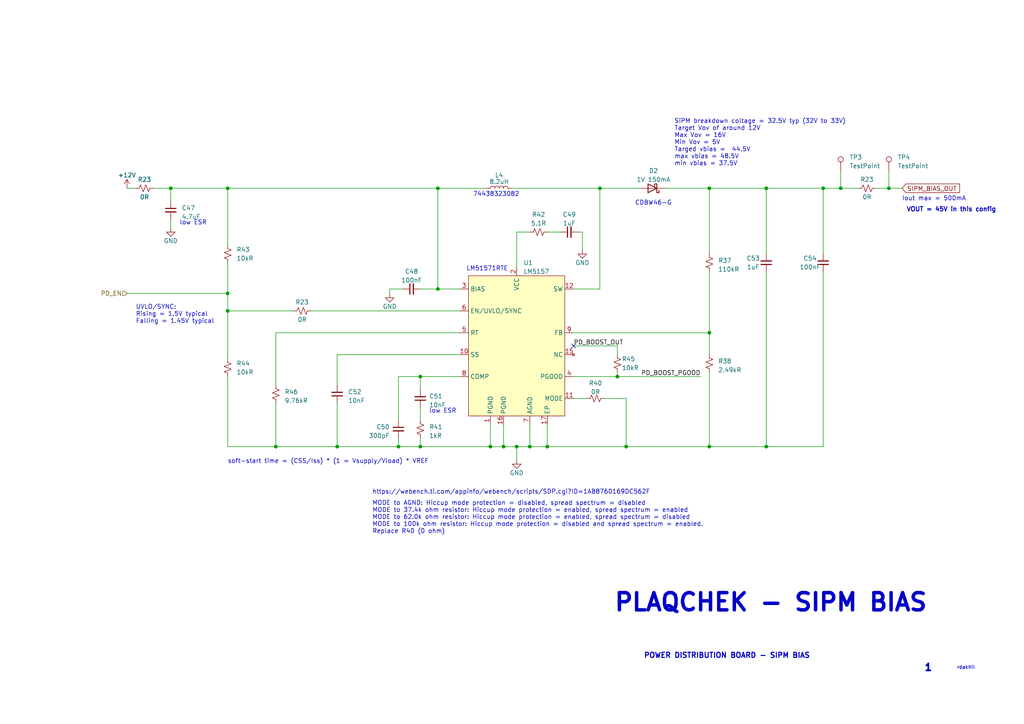
<source format=kicad_sch>
(kicad_sch (version 20230121) (generator eeschema)
  (paper "A4")
  (lib_symbols
    (symbol "Connector:TestPoint" (pin_numbers hide) (pin_names (offset 0.762) hide)
      (property "Reference" "TP" (at 0 6.858 0))
      (property "Value" "TestPoint" (at 0 5.08 0))
      (symbol "TestPoint_0_1"
        (circle (center 0 3.302) (radius 0.762))
      )
      (symbol "TestPoint_1_1"
        (pin passive line (at 0 0 90) (length 2.54) (name "1") (number "1"))
      )
    )
    (symbol "Device:C_Small" (pin_numbers hide) (pin_names (offset 0.254) hide)
      (property "Reference" "C" (at 0.254 1.778 0))
      (property "Value" "C_Small" (at 0.254 -2.032 0))
      (symbol "C_Small_0_1"
        (polyline (pts (xy -1.524 -0.508) (xy 1.524 -0.508)) (stroke (width 0.3302)))
        (polyline (pts (xy -1.524 0.508) (xy 1.524 0.508)) (stroke (width 0.3048)))
      )
      (symbol "C_Small_1_1"
        (pin passive line (at 0 2.54 270) (length 2.032) (name "~") (number "1"))
        (pin passive line (at 0 -2.54 90) (length 2.032) (name "~") (number "2"))
      )
    )
    (symbol "Device:D_Schottky" (pin_numbers hide) (pin_names (offset 1.016) hide)
      (property "Reference" "D" (at 0 2.54 0))
      (property "Value" "D_Schottky" (at 0 -2.54 0))
      (symbol "D_Schottky_0_1"
        (polyline (pts (xy 1.27 0) (xy -1.27 0)))
        (polyline (pts (xy 1.27 1.27) (xy 1.27 -1.27) (xy -1.27 0) (xy 1.27 1.27)) (stroke (width 0.254)))
        (polyline (pts (xy -1.905 0.635) (xy -1.905 1.27) (xy -1.27 1.27) (xy -1.27 -1.27) (xy -0.635 -1.27) (xy -0.635 -0.635)) (stroke (width 0.254)))
      )
      (symbol "D_Schottky_1_1"
        (pin passive line (at -3.81 0 0) (length 2.54) (name "K") (number "1"))
        (pin passive line (at 3.81 0 180) (length 2.54) (name "A") (number "2"))
      )
    )
    (symbol "Device:L" (pin_numbers hide) (pin_names (offset 1.016) hide)
      (property "Reference" "L" (at -1.27 0 90))
      (property "Value" "L" (at 1.905 0 90))
      (symbol "L_0_1"
        (arc (start 0 -2.54) (mid 0.6323 -1.905) (end 0 -1.27))
        (arc (start 0 -1.27) (mid 0.6323 -0.635) (end 0 0))
        (arc (start 0 0) (mid 0.6323 0.635) (end 0 1.27))
        (arc (start 0 1.27) (mid 0.6323 1.905) (end 0 2.54))
      )
      (symbol "L_1_1"
        (pin passive line (at 0 3.81 270) (length 1.27) (name "1") (number "1"))
        (pin passive line (at 0 -3.81 90) (length 1.27) (name "2") (number "2"))
      )
    )
    (symbol "Device:R_Small_US" (pin_numbers hide) (pin_names (offset 0.254) hide)
      (property "Reference" "R" (at 0.762 0.508 0))
      (property "Value" "R_Small_US" (at 0.762 -1.016 0))
      (symbol "R_Small_US_1_1"
        (polyline (pts (xy 0 0) (xy 1.016 -0.381) (xy 0 -0.762) (xy -1.016 -1.143) (xy 0 -1.524)))
        (polyline (pts (xy 0 1.524) (xy 1.016 1.143) (xy 0 0.762) (xy -1.016 0.381) (xy 0 0)))
        (pin passive line (at 0 2.54 270) (length 1.016) (name "~") (number "1"))
        (pin passive line (at 0 -2.54 90) (length 1.016) (name "~") (number "2"))
      )
    )
    (symbol "plaqchek:LM5157"
      (property "Reference" "U" (at -10.16 21.59 0))
      (property "Value" "LM5157" (at 0 0 0))
      (symbol "LM5157_1_1"
        (rectangle (start -13.97 19.05) (end 13.97 -21.59) (fill (type background)))
        (pin power_in line (at -7.62 -24.13 90) (length 2.54) (name "PGND") (number "1"))
        (pin input line (at -16.51 -3.81 0) (length 2.54) (name "SS") (number "10"))
        (pin input line (at 16.51 -16.51 180) (length 2.54) (name "MODE") (number "11"))
        (pin power_out line (at 16.51 15.24 180) (length 2.54) (name "SW") (number "12"))
        (pin power_out line (at 16.51 15.24 180) (length 2.54) hide (name "SW") (number "13"))
        (pin power_out line (at 16.51 15.24 180) (length 2.54) hide (name "SW") (number "14"))
        (pin no_connect line (at 16.51 -3.81 180) (length 2.54) (name "NC") (number "15"))
        (pin power_in line (at -3.81 -24.13 90) (length 2.54) (name "PGND") (number "16"))
        (pin power_in line (at 8.89 -24.13 90) (length 2.54) (name "EP") (number "17"))
        (pin power_in line (at 0 21.59 270) (length 2.54) (name "VCC") (number "2"))
        (pin power_in line (at -16.51 15.24 0) (length 2.54) (name "BIAS") (number "3"))
        (pin output line (at 16.51 -10.16 180) (length 2.54) (name "PGOOD") (number "4"))
        (pin input line (at -16.51 2.54 0) (length 2.54) (name "RT") (number "5"))
        (pin input line (at -16.51 8.89 0) (length 2.54) (name "EN/UVLO/SYNC") (number "6"))
        (pin power_in line (at 3.81 -24.13 90) (length 2.54) (name "AGND") (number "7"))
        (pin output line (at -16.51 -10.16 0) (length 2.54) (name "COMP") (number "8"))
        (pin input line (at 16.51 2.54 180) (length 2.54) (name "FB") (number "9"))
      )
    )
    (symbol "power:+12V" (power) (pin_names (offset 0))
      (property "Value" "+12V" (at 0 3.556 0))
      (symbol "+12V_0_1"
        (polyline (pts (xy -0.762 1.27) (xy 0 2.54)))
        (polyline (pts (xy 0 0) (xy 0 2.54)))
        (polyline (pts (xy 0 2.54) (xy 0.762 1.27)))
      )
      (symbol "+12V_1_1"
        (pin power_in line (at 0 0 90) (length 0) hide (name "+12V") (number "1"))
      )
    )
    (symbol "power:GND" (power) (pin_names (offset 0))
      (property "Value" "GND" (at 0 -3.81 0))
      (symbol "GND_0_1"
        (polyline (pts (xy 0 0) (xy 0 -1.27) (xy 1.27 -1.27) (xy 0 -2.54) (xy -1.27 -1.27) (xy 0 -1.27)))
      )
      (symbol "GND_1_1"
        (pin power_in line (at 0 0 270) (length 0) hide (name "GND") (number "1"))
      )
    )
  )
  (junction (at 80.01 129.54))
  (junction (at 149.86 129.54))
  (junction (at 181.61 129.54))
  (junction (at 205.74 96.52))
  (junction (at 97.79 129.54))
  (junction (at 179.07 109.22))
  (junction (at 243.84 54.61))
  (junction (at 205.74 54.61))
  (junction (at 66.04 85.09))
  (junction (at 121.92 109.22))
  (junction (at 257.81 54.61))
  (junction (at 142.24 129.54))
  (junction (at 66.04 54.61))
  (junction (at 222.25 129.54))
  (junction (at 222.25 54.61))
  (junction (at 127 83.82))
  (junction (at 205.74 129.54))
  (junction (at 127 54.61))
  (junction (at 121.92 129.54))
  (junction (at 66.04 90.17))
  (junction (at 49.53 54.61))
  (junction (at 153.67 129.54))
  (junction (at 115.57 129.54))
  (junction (at 146.05 129.54))
  (junction (at 173.99 54.61))
  (junction (at 158.75 129.54))
  (junction (at 238.76 54.61))
  (no_connect (at 166.37 100.33))
  (wire (pts (xy 205.74 54.61) (xy 205.74 73.66)))
  (wire (pts (xy 113.03 83.82) (xy 113.03 85.09)))
  (wire (pts (xy 146.05 129.54) (xy 146.05 123.19)))
  (wire (pts (xy 49.53 54.61) (xy 49.53 58.42)))
  (wire (pts (xy 153.67 129.54) (xy 158.75 129.54)))
  (wire (pts (xy 173.99 54.61) (xy 185.42 54.61)))
  (wire (pts (xy 181.61 129.54) (xy 158.75 129.54)))
  (wire (pts (xy 149.86 67.31) (xy 149.86 77.47)))
  (wire (pts (xy 243.84 54.61) (xy 248.92 54.61)))
  (wire (pts (xy 90.17 90.17) (xy 133.35 90.17)))
  (wire (pts (xy 148.59 54.61) (xy 173.99 54.61)))
  (wire (pts (xy 49.53 63.5) (xy 49.53 66.04)))
  (wire (pts (xy 243.84 49.53) (xy 243.84 54.61)))
  (wire (pts (xy 254 54.61) (xy 257.81 54.61)))
  (wire (pts (xy 142.24 129.54) (xy 146.05 129.54)))
  (wire (pts (xy 133.35 109.22) (xy 121.92 109.22)))
  (wire (pts (xy 116.84 83.82) (xy 113.03 83.82)))
  (wire (pts (xy 205.74 96.52) (xy 205.74 102.87)))
  (wire (pts (xy 66.04 129.54) (xy 80.01 129.54)))
  (wire (pts (xy 97.79 111.76) (xy 97.79 102.87)))
  (wire (pts (xy 166.37 100.33) (xy 179.07 100.33)))
  (wire (pts (xy 121.92 129.54) (xy 142.24 129.54)))
  (wire (pts (xy 49.53 54.61) (xy 66.04 54.61)))
  (wire (pts (xy 193.04 54.61) (xy 205.74 54.61)))
  (wire (pts (xy 36.83 54.61) (xy 39.37 54.61)))
  (wire (pts (xy 205.74 129.54) (xy 181.61 129.54)))
  (wire (pts (xy 181.61 115.57) (xy 181.61 129.54)))
  (wire (pts (xy 121.92 109.22) (xy 121.92 113.03)))
  (wire (pts (xy 97.79 116.84) (xy 97.79 129.54)))
  (wire (pts (xy 115.57 129.54) (xy 121.92 129.54)))
  (wire (pts (xy 66.04 76.2) (xy 66.04 85.09)))
  (wire (pts (xy 44.45 54.61) (xy 49.53 54.61)))
  (wire (pts (xy 121.92 83.82) (xy 127 83.82)))
  (wire (pts (xy 222.25 54.61) (xy 238.76 54.61)))
  (wire (pts (xy 166.37 96.52) (xy 205.74 96.52)))
  (wire (pts (xy 121.92 127) (xy 121.92 129.54)))
  (wire (pts (xy 222.25 129.54) (xy 238.76 129.54)))
  (wire (pts (xy 205.74 78.74) (xy 205.74 96.52)))
  (wire (pts (xy 66.04 109.22) (xy 66.04 129.54)))
  (wire (pts (xy 222.25 129.54) (xy 205.74 129.54)))
  (wire (pts (xy 222.25 54.61) (xy 205.74 54.61)))
  (wire (pts (xy 205.74 107.95) (xy 205.74 129.54)))
  (wire (pts (xy 121.92 118.11) (xy 121.92 121.92)))
  (wire (pts (xy 179.07 109.22) (xy 203.2 109.22)))
  (wire (pts (xy 153.67 129.54) (xy 153.67 123.19)))
  (wire (pts (xy 149.86 129.54) (xy 149.86 133.35)))
  (wire (pts (xy 222.25 78.74) (xy 222.25 129.54)))
  (wire (pts (xy 66.04 85.09) (xy 66.04 90.17)))
  (wire (pts (xy 168.91 67.31) (xy 168.91 72.39)))
  (wire (pts (xy 158.75 123.19) (xy 158.75 129.54)))
  (wire (pts (xy 166.37 115.57) (xy 170.18 115.57)))
  (wire (pts (xy 238.76 54.61) (xy 238.76 73.66)))
  (wire (pts (xy 66.04 54.61) (xy 66.04 71.12)))
  (wire (pts (xy 66.04 90.17) (xy 66.04 104.14)))
  (wire (pts (xy 153.67 67.31) (xy 149.86 67.31)))
  (wire (pts (xy 80.01 116.84) (xy 80.01 129.54)))
  (wire (pts (xy 238.76 54.61) (xy 243.84 54.61)))
  (wire (pts (xy 146.05 129.54) (xy 149.86 129.54)))
  (wire (pts (xy 179.07 100.33) (xy 179.07 102.87)))
  (wire (pts (xy 66.04 54.61) (xy 127 54.61)))
  (wire (pts (xy 127 54.61) (xy 127 83.82)))
  (wire (pts (xy 257.81 54.61) (xy 261.62 54.61)))
  (wire (pts (xy 80.01 129.54) (xy 97.79 129.54)))
  (wire (pts (xy 158.75 67.31) (xy 162.56 67.31)))
  (wire (pts (xy 66.04 90.17) (xy 85.09 90.17)))
  (wire (pts (xy 238.76 78.74) (xy 238.76 129.54)))
  (wire (pts (xy 149.86 129.54) (xy 153.67 129.54)))
  (wire (pts (xy 142.24 123.19) (xy 142.24 129.54)))
  (wire (pts (xy 166.37 83.82) (xy 173.99 83.82)))
  (wire (pts (xy 80.01 96.52) (xy 133.35 96.52)))
  (wire (pts (xy 127 54.61) (xy 140.97 54.61)))
  (wire (pts (xy 166.37 109.22) (xy 179.07 109.22)))
  (wire (pts (xy 115.57 109.22) (xy 121.92 109.22)))
  (wire (pts (xy 175.26 115.57) (xy 181.61 115.57)))
  (wire (pts (xy 80.01 111.76) (xy 80.01 96.52)))
  (wire (pts (xy 115.57 121.92) (xy 115.57 109.22)))
  (wire (pts (xy 97.79 129.54) (xy 115.57 129.54)))
  (wire (pts (xy 97.79 102.87) (xy 133.35 102.87)))
  (wire (pts (xy 36.83 85.09) (xy 66.04 85.09)))
  (wire (pts (xy 222.25 73.66) (xy 222.25 54.61)))
  (wire (pts (xy 127 83.82) (xy 133.35 83.82)))
  (wire (pts (xy 115.57 129.54) (xy 115.57 127)))
  (wire (pts (xy 179.07 107.95) (xy 179.07 109.22)))
  (wire (pts (xy 173.99 54.61) (xy 173.99 83.82)))
  (wire (pts (xy 257.81 49.53) (xy 257.81 54.61)))
  (wire (pts (xy 167.64 67.31) (xy 168.91 67.31)))
  (text "LM51571RTE" (at 135.255 78.74 0) (effects (font (size 1.27 1.27)) (justify left bottom)))
  (text "soft-start time = (CSS/Iss) * (1 = Vsupply/Vload) * VREF" (at 66.04 134.62 0) (effects (font (size 1.27 1.27)) (justify left bottom)))
  (text "SiPM breakdown coltage = 32.5V typ (32V to 33V)\nTarget Vov of around 12V\nMax Vov = 16V\nMin Vov = 5V\nTarged vbias =  44.5V\nmax vbias = 48.5V\nmin vbias = 37.5V" (at 195.58 48.26 0) (effects (font (size 1.27 1.27)) (justify left bottom)))
  (text "MODE to AGND: Hiccup mode protection = disabled, spread spectrum = disabled\nMODE to 37.4k ohm resistor: Hiccup mode protection = enabled, spread spectrum = enabled\nMODE to 62.0k ohm resistor: Hiccup mode protection = enabled, spread spectrum = disabled\nMODE to 100k ohm resistor: Hiccup mode protection = disabled and spread spectrum = enabled.\nReplace R40 (0 ohm)" (at 107.95 154.94 0) (effects (font (size 1.27 1.27)) (justify left bottom)))
  (text "low ESR\n" (at 124.46 120.015 0) (effects (font (size 1.27 1.27)) (justify left bottom)))
  (text "rdakhil" (at 277.495 194.31 0) (effects (font (size 1 1)) (justify left bottom)))
  (text "low ESR\n" (at 52.07 65.405 0) (effects (font (size 1.27 1.27)) (justify left bottom)))
  (text "UVLO/SYNC:\nRising = 1.5V typical\nFalling = 1.45V typical\n" (at 39.37 93.98 0) (effects (font (size 1.27 1.27)) (justify left bottom)))
  (text "1" (at 267.97 194.945 0) (effects (font (size 2 2) (thickness 1) bold) (justify left bottom)))
  (text "CDBW46-G\n" (at 184.15 59.69 0) (effects (font (size 1.27 1.27)) (justify left bottom)))
  (text "PLAQCHEK - SIPM BIAS" (at 177.8 177.8 0) (effects (font (size 5 5) (thickness 1) bold) (justify left bottom)))
  (text "Iout max = 500mA\n" (at 261.62 58.42 0) (effects (font (size 1.27 1.27)) (justify left bottom)))
  (text "VOUT = 45V in this config\n" (at 262.89 61.595 0) (effects (font (size 1.27 1.27) (thickness 0.254) bold) (justify left bottom)))
  (text "https://webench.ti.com/appinfo/webench/scripts/SDP.cgi?ID=1AB8760169DC562F" (at 107.95 143.51 0) (effects (font (size 1.27 1.27)) (justify left bottom)))
  (text "POWER DISTRIBUTION BOARD - SIPM BIAS" (at 186.69 191.135 0) (effects (font (size 1.5 1.5) (thickness 0.3) bold) (justify left bottom)))
  (text "74438323082\n" (at 137.16 57.15 0) (effects (font (size 1.27 1.27)) (justify left bottom)))
  (label "PD_BOOST_PGOOD" (at 203.2 109.22 180))
  (label "PD_BOOST_OUT" (at 166.37 100.33 0))
  (global_label "SIPM_BIAS_OUT" (shape input) (at 261.62 54.61 0) (property "Intersheetrefs" "${INTERSHEET_REFS}" (effects hide)))
  (hierarchical_label "PD_EN" (shape input) (at 36.83 85.09 180))
  (symbol (lib_id "Device:C_Small") (at 49.53 60.96 0) (unit 1)
    (property "Reference" "C47" (at 52.705 60.3313 0) (effects (justify left)))
    (property "Value" "4.7uF" (at 52.705 62.8713 0) (effects (justify left)))
    (property "Footprint" "Capacitor_SMD:C_0805_2012Metric_Pad1.18x1.45mm_HandSolder" (effects hide))
  )
  (symbol (lib_id "Device:C_Small") (at 238.76 76.2 180) (unit 1)
    (property "Reference" "C54" (at 234.9563 74.93 0))
    (property "Value" "100nF" (at 234.9563 77.47 0))
    (property "Footprint" "Capacitor_SMD:C_0603_1608Metric_Pad1.08x0.95mm_HandSolder" (effects hide))
  )
  (symbol (lib_id "Device:R_Small_US") (at 66.04 106.68 180) (unit 1)
    (property "Reference" "R44" (at 68.58 105.41 0) (effects (justify right)))
    (property "Value" "10kR" (at 68.58 107.95 0) (effects (justify right)))
    (property "Footprint" "Resistor_SMD:R_0603_1608Metric_Pad0.98x0.95mm_HandSolder" (effects hide))
  )
  (symbol (lib_id "Device:C_Small") (at 165.1 67.31 90) (unit 1)
    (property "Reference" "C49" (at 165.1063 62.23 90))
    (property "Value" "1uF" (at 165.1063 64.77 90))
    (property "Footprint" "Capacitor_SMD:C_0603_1608Metric_Pad1.08x0.95mm_HandSolder" (effects hide))
  )
  (symbol (lib_id "Device:R_Small_US") (at 251.46 54.61 270) (unit 1)
    (property "Reference" "R23" (at 251.46 52.07 90))
    (property "Value" "0R" (at 251.46 57.15 90))
    (property "Footprint" "Resistor_SMD:R_0603_1608Metric_Pad0.98x0.95mm_HandSolder" (effects hide))
    (instances (project "plaqchek_power" (path "" (reference "R23") (unit 1)) (path "" (reference "R26") (unit 1))))
  )
  (symbol (lib_id "Device:R_Small_US") (at 41.91 54.61 270) (unit 1)
    (property "Reference" "R23" (at 41.91 52.07 90))
    (property "Value" "0R" (at 41.91 57.15 90))
    (property "Footprint" "Resistor_SMD:R_0603_1608Metric_Pad0.98x0.95mm_HandSolder" (effects hide))
    (instances (project "plaqchek_power" (path "" (reference "R23") (unit 1)) (path "" (reference "R27") (unit 1))))
  )
  (symbol (lib_id "power:GND") (at 168.91 72.39 0) (unit 1)
    (property "Reference" "#PWR079" (effects hide))
    (property "Value" "GND" (at 168.91 76.2 0))
  )
  (symbol (lib_id "power:GND") (at 49.53 66.04 0) (unit 1)
    (property "Reference" "#PWR076" (effects hide))
    (property "Value" "GND" (at 49.53 69.85 0))
  )
  (symbol (lib_id "Device:R_Small_US") (at 156.21 67.31 270) (unit 1)
    (property "Reference" "R42" (at 156.21 62.23 90))
    (property "Value" "5.1R" (at 156.21 64.77 90))
    (property "Footprint" "Resistor_SMD:R_0603_1608Metric_Pad0.98x0.95mm_HandSolder" (effects hide))
  )
  (symbol (lib_id "Device:R_Small_US") (at 66.04 73.66 180) (unit 1)
    (property "Reference" "R43" (at 68.58 72.39 0) (effects (justify right)))
    (property "Value" "10kR" (at 68.58 74.93 0) (effects (justify right)))
    (property "Footprint" "Resistor_SMD:R_0603_1608Metric_Pad0.98x0.95mm_HandSolder" (effects hide))
  )
  (symbol (lib_id "power:+12V") (at 36.83 54.61 0) (unit 1)
    (property "Reference" "#PWR075" (effects hide))
    (property "Value" "+12V" (at 36.83 50.8 0))
  )
  (symbol (lib_id "Connector:TestPoint") (at 243.84 49.53 0) (unit 1)
    (property "Reference" "TP3" (at 246.38 45.593 0) (effects (justify left)))
    (property "Value" "TestPoint" (at 246.38 48.133 0) (effects (justify left)))
    (instances (project "plaqchek_power" (path "" (reference "TP3") (unit 1)) (path "" (reference "TP7") (unit 1))))
  )
  (symbol (lib_id "Device:R_Small_US") (at 80.01 114.3 180) (unit 1)
    (property "Reference" "R46" (at 82.55 113.665 0) (effects (justify right)))
    (property "Value" "9.76kR" (at 82.55 116.205 0) (effects (justify right)))
    (property "Footprint" "Resistor_SMD:R_0603_1608Metric_Pad0.98x0.95mm_HandSolder" (effects hide))
  )
  (symbol (lib_id "Device:R_Small_US") (at 179.07 105.41 180) (unit 1)
    (property "Reference" "R45" (at 180.34 104.14 0) (effects (justify right)))
    (property "Value" "10kR" (at 180.34 106.68 0) (effects (justify right)))
    (property "Footprint" "Resistor_SMD:R_0603_1608Metric_Pad0.98x0.95mm_HandSolder" (effects hide))
  )
  (symbol (lib_id "Device:L") (at 144.78 54.61 90) (unit 1)
    (property "Reference" "L4" (at 144.78 50.8 90))
    (property "Value" "8.2uH" (at 144.78 52.705 90))
    (property "Footprint" "Inductor_SMD:L_1008_2520Metric_Pad1.43x2.20mm_HandSolder" (effects hide))
    (property "Datasheet" "https://www.bourns.com/docs/Product-Datasheets/SRN6045.pdf" (effects hide))
  )
  (symbol (lib_id "power:GND") (at 149.86 133.35 0) (unit 1)
    (property "Reference" "#PWR078" (effects hide))
    (property "Value" "GND" (at 149.86 137.16 0))
  )
  (symbol (lib_id "Device:R_Small_US") (at 87.63 90.17 270) (unit 1)
    (property "Reference" "R23" (at 87.63 87.63 90))
    (property "Value" "0R" (at 87.63 92.71 90))
    (property "Footprint" "Resistor_SMD:R_0603_1608Metric_Pad0.98x0.95mm_HandSolder" (effects hide))
    (instances (project "plaqchek_power" (path "" (reference "R23") (unit 1)) (path "" (reference "R28") (unit 1))))
  )
  (symbol (lib_id "Device:C_Small") (at 121.92 115.57 180) (unit 1)
    (property "Reference" "C51" (at 124.46 114.9286 0) (effects (justify right)))
    (property "Value" "10nF" (at 124.46 117.4686 0) (effects (justify right)))
    (property "Footprint" "Capacitor_SMD:C_0603_1608Metric_Pad1.08x0.95mm_HandSolder" (effects hide))
  )
  (symbol (lib_id "power:GND") (at 113.03 85.09 0) (unit 1)
    (property "Reference" "#PWR077" (effects hide))
    (property "Value" "GND" (at 113.03 88.9 0))
  )
  (symbol (lib_id "Device:C_Small") (at 222.25 76.2 180) (unit 1)
    (property "Reference" "C53" (at 218.4463 74.93 0))
    (property "Value" "1uF" (at 218.4463 77.47 0))
    (property "Footprint" "Capacitor_SMD:C_0603_1608Metric_Pad1.08x0.95mm_HandSolder" (effects hide))
  )
  (symbol (lib_id "Connector:TestPoint") (at 257.81 49.53 0) (unit 1)
    (property "Reference" "TP4" (at 260.35 45.593 0) (effects (justify left)))
    (property "Value" "TestPoint" (at 260.35 48.133 0) (effects (justify left)))
    (instances (project "plaqchek_power" (path "" (reference "TP4") (unit 1)) (path "" (reference "TP8") (unit 1))))
  )
  (symbol (lib_id "Device:C_Small") (at 97.79 114.3 180) (unit 1)
    (property "Reference" "C52" (at 100.965 113.6586 0) (effects (justify right)))
    (property "Value" "10nF" (at 100.965 116.1986 0) (effects (justify right)))
    (property "Footprint" "Capacitor_SMD:C_0805_2012Metric_Pad1.18x1.45mm_HandSolder" (effects hide))
  )
  (symbol (lib_id "Device:R_Small_US") (at 172.72 115.57 90) (unit 1)
    (property "Reference" "R40" (at 172.72 111.125 90))
    (property "Value" "0R" (at 172.72 113.665 90))
    (property "Footprint" "Resistor_SMD:R_0603_1608Metric_Pad0.98x0.95mm_HandSolder" (effects hide))
  )
  (symbol (lib_id "plaqchek:LM5157") (at 149.86 99.06 0) (unit 1)
    (property "Reference" "U1" (at 151.8159 76.2 0) (effects (justify left)))
    (property "Value" "LM5157" (at 151.8159 78.74 0) (effects (justify left)))
    (property "Footprint" "Package_DFN_QFN:WQFN-16-1EP_3x3mm_P0.5mm_EP1.68x1.68mm" (effects hide))
    (property "Datasheet" "https://www.ti.com/lit/ds/symlink/lm5157.pdf" (effects hide))
  )
  (symbol (lib_id "Device:R_Small_US") (at 205.74 76.2 0) (unit 1)
    (property "Reference" "R37" (at 208.28 75.565 0) (effects (justify left)))
    (property "Value" "110kR" (at 208.28 78.105 0) (effects (justify left)))
    (property "Footprint" "Resistor_SMD:R_0603_1608Metric_Pad0.98x0.95mm_HandSolder" (effects hide))
  )
  (symbol (lib_id "Device:R_Small_US") (at 205.74 105.41 0) (unit 1)
    (property "Reference" "R38" (at 208.28 104.775 0) (effects (justify left)))
    (property "Value" "2.49kR" (at 208.28 107.315 0) (effects (justify left)))
    (property "Footprint" "Resistor_SMD:R_0603_1608Metric_Pad0.98x0.95mm_HandSolder" (effects hide))
  )
  (symbol (lib_id "Device:R_Small_US") (at 121.92 124.46 180) (unit 1)
    (property "Reference" "R41" (at 124.46 123.825 0) (effects (justify right)))
    (property "Value" "1kR" (at 124.46 126.365 0) (effects (justify right)))
    (property "Footprint" "Resistor_SMD:R_0603_1608Metric_Pad0.98x0.95mm_HandSolder" (effects hide))
  )
  (symbol (lib_id "Device:C_Small") (at 115.57 124.46 0) (mirror y) (unit 1)
    (property "Reference" "C50" (at 113.03 123.8313 0) (effects (justify left)))
    (property "Value" "300pF" (at 113.03 126.3713 0) (effects (justify left)))
    (property "Footprint" "Capacitor_SMD:C_0603_1608Metric_Pad1.08x0.95mm_HandSolder" (effects hide))
  )
  (symbol (lib_id "Device:D_Schottky") (at 189.23 54.61 180) (unit 1)
    (property "Reference" "D2" (at 189.5475 49.53 0))
    (property "Value" "1V 150mA" (at 189.5475 52.07 0))
    (property "Footprint" "Diode_SMD:D_SOD-123" (effects hide))
    (property "Datasheet" "https://www.diodes.com/assets/Datasheets/B120_B-B160_B.pdf" (effects hide))
  )
  (symbol (lib_id "Device:C_Small") (at 119.38 83.82 90) (unit 1)
    (property "Reference" "C48" (at 119.3863 78.74 90))
    (property "Value" "100nF" (at 119.3863 81.28 90))
    (property "Footprint" "Capacitor_SMD:C_0603_1608Metric_Pad1.08x0.95mm_HandSolder" (effects hide))
  )
)
</source>
